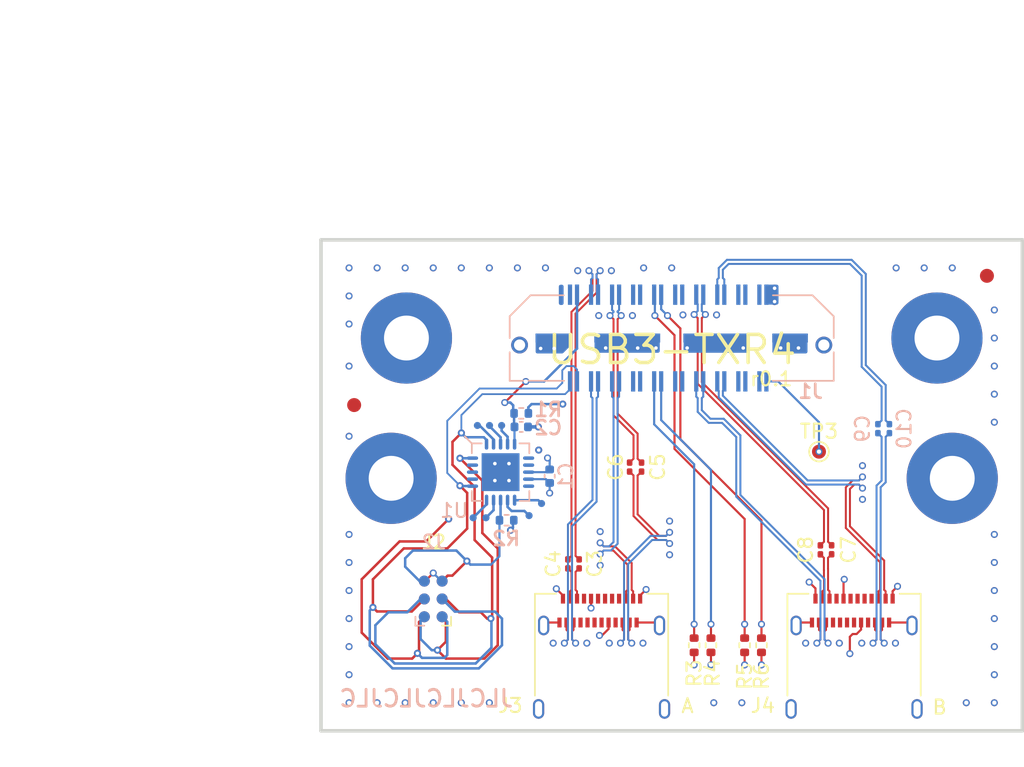
<source format=kicad_pcb>
(kicad_pcb (version 20221018) (generator pcbnew)
  (title_block (title "SZG-TEMPLATE-TXR") (rev "A") (company "Opal Kelly Incorporated"))
  (layers (0 "F.Cu" signal) (1 "In1.Cu" signal) (2 "In2.Cu" signal) (3 "In3.Cu" signal) (4 "In4.Cu" signal) (31 "B.Cu" signal) (34 "B.Paste" user) (35 "F.Paste" user) (36 "B.SilkS" user "B.Silkscreen") (37 "F.SilkS" user "F.Silkscreen") (38 "B.Mask" user) (39 "F.Mask" user) (44 "Edge.Cuts" user))
  (net 0 "")
  (net 1 "/C2P_CLKN")
  (net 2 "GND")
  (net 3 "+3V3")
  (net 8 "/R_GA")
  (net 9 "/RSVD_38")
  (net 10 "/P2C_CLKN")
  (net 11 "/C2P_CLKP")
  (net 12 "+5V")
  (net 13 "/MCU_SDA_MOSI")
  (net 14 "/MCU_SCL_USCK")
  (net 15 "/MCU_MISO")
  (net 16 "/MCU_RESET_B")
  (net 17 "Net-(J3-VBUS-PadA4)")
  (net 18 "/S0")
  (net 20 "/S1")
  (net 21 "/S7")
  (net 22 "/RSVD_37")
  (net 23 "/VIO")
  (net 24 "/S9")
  (net 25 "/S8")
  (net 26 "/REFCLKP")
  (net 27 "/S6")
  (net 28 "/P2C_CLKP")
  (net 29 "/REFCLKN")
  (net 31 "Net-(U1-XTAL1{slash}PB0)")
  (net 32 "Net-(U1-PA1)")
  (net 33 "Net-(U1-XTAL2{slash}PB1)")
  (net 34 "Net-(U1-PA2)")
  (net 35 "Net-(U1-PB2)")
  (net 36 "Net-(U1-PA3)")
  (net 37 "Net-(U1-PA7)")
  (net 44 "/TX1_N")
  (net 45 "/RX1_N")
  (net 46 "/TX1_P")
  (net 47 "/RX1_P")
  (net 48 "/TX0_N")
  (net 49 "/RX0_N")
  (net 50 "/TX0_P")
  (net 51 "/RX0_P")
  (net 52 "/TX0a_N")
  (net 53 "/TX0a_P")
  (net 54 "/TX1a_P")
  (net 55 "/TX1a_N")
  (net 56 "/TX2a_N")
  (net 57 "/TX2_N")
  (net 58 "/TX2a_P")
  (net 59 "/TX2_P")
  (net 60 "/TX3a_N")
  (net 61 "/TX3_N")
  (net 62 "/TX3a_P")
  (net 63 "/TX3_P")
  (net 64 "/RX3_P")
  (net 65 "/RX2_P")
  (net 66 "/RX2_N")
  (net 67 "/CC2_A")
  (net 68 "/CC1_A")
  (net 69 "/RX3_N")
  (net 70 "Net-(J4-VBUS-PadA4)")
  (net 71 "/CC1_B")
  (net 73 "/CC2_B")
  (footprint "Fiducial:Fiducial_1mm_Mask2mm" (layer "F.Cu") (at 164.873 61.365)
    (fp_text reference "FID6" hide)
    (fp_text value "Fiducial" hide)
  )
  (footprint "SYZYGY:MountingHole_3.2mm_M3_6.5mm_Pad_TopBottom" (layer "F.Cu") (at 123.49 65.8)
    (fp_text reference "H1" hide)
    (fp_text value "MountingHole_Pad" hide)
  )
  (footprint "SYZYGY:MountingHole_3.2mm_M3_6.5mm_Pad_TopBottom" (layer "F.Cu") (at 161.31 65.8)
    (fp_text reference "H2" hide)
    (fp_text value "MountingHole_Pad" hide)
  )
  (footprint "SYZYGY:MountingHole_3.2mm_M3_6.5mm_Pad_TopBottom" (layer "F.Cu") (at 122.4 75.8)
    (fp_text reference "H3" hide)
    (fp_text value "MountingHole_Pad" hide)
  )
  (footprint "SYZYGY:MountingHole_3.2mm_M3_6.5mm_Pad_TopBottom" (layer "F.Cu") (at 162.4 75.8)
    (fp_text reference "H4" hide)
    (fp_text value "MountingHole_Pad" hide)
  )
  (footprint "Fiducial:Fiducial_1mm_Mask2mm" (layer "F.Cu") (at 119.762 70.578)
    (fp_text reference "FID5" hide)
    (fp_text value "Fiducial" hide)
  )
  (footprint "SYZYGY:Tag-Connect_TC2030-IDC-FP_2x03_P1.27mm_Vertical" (layer "F.Cu") (at 125.4 84.4 90)
    (fp_text reference "J2")
    (fp_text value "Conn_01x06")
  )
  (footprint "Capacitor_SMD:C_0201_0603Metric" (layer "F.Cu") (at 135.8 81.9 90)
    (fp_text reference "C3")
    (fp_text value "100n")
  )
  (footprint "Capacitor_SMD:C_0201_0603Metric" (layer "F.Cu") (at 139.4 75 90)
    (fp_text reference "C6")
    (fp_text value "100n")
  )
  (footprint "Connector_USB:USB_C_Receptacle_Amphenol_12401610E4-2A" (layer "F.Cu") (at 137.4 89.4)
    (fp_text reference "J3")
    (fp_text value "USB_C_Receptacle")
  )
  (footprint "Resistor_SMD:R_0402_1005Metric" (layer "F.Cu") (at 148.8 87.7 -90)
    (fp_text reference "R6")
    (fp_text value "5k1")
  )
  (footprint "Capacitor_SMD:C_0201_0603Metric" (layer "F.Cu") (at 153 80.9 90)
    (fp_text reference "C8")
    (fp_text value "100n")
  )
  (footprint "Capacitor_SMD:C_0201_0603Metric" (layer "F.Cu") (at 153.8 80.895 90)
    (fp_text reference "C7")
    (fp_text value "100n")
  )
  (footprint "Resistor_SMD:R_0402_1005Metric" (layer "F.Cu") (at 144 87.7 -90)
    (fp_text reference "R3")
    (fp_text value "5k1")
  )
  (footprint "Resistor_SMD:R_0402_1005Metric" (layer "F.Cu") (at 145.2 87.7 -90)
    (fp_text reference "R4")
    (fp_text value "5k1")
  )
  (footprint "Resistor_SMD:R_0402_1005Metric" (layer "F.Cu") (at 147.6 87.7 -90)
    (fp_text reference "R5")
    (fp_text value "5k1")
  )
  (footprint "TestPoint:TestPoint_Pad_D1.0mm" (layer "F.Cu") (at 152.9 73.9)
    (fp_text reference "TP3")
    (fp_text value "VIO")
  )
  (footprint "Capacitor_SMD:C_0201_0603Metric" (layer "F.Cu") (at 135 81.9 90)
    (fp_text reference "C4")
    (fp_text value "100n")
  )
  (footprint "Capacitor_SMD:C_0201_0603Metric" (layer "F.Cu") (at 140.25 75 90)
    (fp_text reference "C5")
    (fp_text value "100n")
  )
  (footprint "Connector_USB:USB_C_Receptacle_Amphenol_12401610E4-2A" (layer "F.Cu") (at 155.4 89.4)
    (fp_text reference "J4")
    (fp_text value "USB_C_Receptacle")
  )
  (footprint "Resistor_SMD:R_0402_1005Metric" (layer "B.Cu") (at 130.63185 78.7898 180)
    (fp_text reference "R2")
    (fp_text value "10K")
  )
  (footprint "Resistor_SMD:R_0402_1005Metric" (layer "B.Cu") (at 131.67325 71.1698 180)
    (fp_text reference "R1")
    (fp_text value "10K")
  )
  (footprint "SYZYGY:QFN-24-4x4mm" (layer "B.Cu") (at 130.20005 75.3608)
    (fp_text reference "U1")
    (fp_text value "ATtiny44A-MU")
  )
  (footprint "Capacitor_SMD:C_0402_1005Metric" (layer "B.Cu") (at 131.67325 72.135)
    (fp_text reference "C2")
    (fp_text value "0.1uF DNP")
  )
  (footprint "SYZYGY:TestPoint-20mil" (layer "B.Cu") (at 133.12105 77.596)
    (fp_text reference "TP5" hide)
    (fp_text value "TestPoint" hide)
  )
  (footprint "SYZYGY:TestPoint-20mil" (layer "B.Cu") (at 130.27625 72.0334)
    (fp_text reference "TP6" hide)
    (fp_text value "TestPoint" hide)
  )
  (footprint "SYZYGY:TestPoint-20mil" (layer "B.Cu") (at 132.23205 78.4596)
    (fp_text reference "TP7" hide)
    (fp_text value "TestPoint" hide)
  )
  (footprint "SYZYGY:TestPoint-20mil" (layer "B.Cu") (at 129.41265 72.0334)
    (fp_text reference "TP8" hide)
    (fp_text value "TestPoint" hide)
  )
  (footprint "SYZYGY:TestPoint-20mil" (layer "B.Cu") (at 129.15865 78.612)
    (fp_text reference "TP9" hide)
    (fp_text value "TestPoint" hide)
  )
  (footprint "SYZYGY:TestPoint-20mil" (layer "B.Cu") (at 128.24425 78.612)
    (fp_text reference "TP11" hide)
    (fp_text value "TestPoint" hide)
  )
  (footprint "SYZYGY:TestPoint-20mil" (layer "B.Cu") (at 128.54905 72.0334)
    (fp_text reference "TP10" hide)
    (fp_text value "TestPoint" hide)
  )
  (footprint "Capacitor_SMD:C_0201_0603Metric" (layer "B.Cu") (at 157.92 72.26 90)
    (fp_text reference "C10")
    (fp_text value "100n")
  )
  (footprint "Capacitor_SMD:C_0402_1005Metric" (layer "B.Cu") (at 133.7 75.65 90)
    (fp_text reference "C1")
    (fp_text value "0.1uF")
  )
  (footprint "SYZYGY:QTH-020-01-F-D-DP-A" (layer "B.Cu") (at 142.4 65.8)
    (fp_text reference "J1")
    (fp_text value "SYZYGY_TXR-4")
  )
  (footprint "Capacitor_SMD:C_0201_0603Metric" (layer "B.Cu") (at 157.1 72.26 90)
    (fp_text reference "C9")
    (fp_text value "100n")
  )
  (gr_line (start 167.4 58.8) (end 117.4 58.8) (stroke (width 0.254)) (layer "Edge.Cuts"))
  (gr_line (start 117.4 58.8) (end 117.4 93.8) (stroke (width 0.254)) (layer "Edge.Cuts"))
  (gr_line (start 117.4 93.8) (end 167.4 93.8) (stroke (width 0.254)) (layer "Edge.Cuts"))
  (gr_line (start 167.4 93.8) (end 167.4 58.8) (stroke (width 0.254)) (layer "Edge.Cuts"))
  (gr_text "JLCJLCJLCJLC" (at 131.2 92.2) (layer "B.SilkS") (effects (font (size 1.2 1.2) (thickness 0.2) bold) (justify left bottom mirror)))
  (gr_text "A" (at 143 92.6) (layer "F.SilkS") (effects (font (size 1 1)) (justify left bottom)))
  (gr_text "r0.1" (at 147.9 69.3) (layer "F.SilkS") (effects (font (size 1 1)) (justify left bottom)))
  (gr_text "B" (at 160.9 92.7) (layer "F.SilkS") (effects (font (size 1 1)) (justify left bottom)))
  (gr_text "USB3-TXR4" (at 133.4 67.8) (layer "F.SilkS") (effects (font (size 2 2) (thickness 0.25)) (justify left bottom)))
  (segment (start 157.9 86.08) (end 159.32 86.08) (width 0.1524) (layer "F.Cu") (net 2))
  (segment (start 134.65 84.15) (end 134.175 83.675) (width 0.1524) (layer "F.Cu") (net 2))
  (segment (start 141.32 86.08) (end 141.53 86.29) (width 0.1524) (layer "F.Cu") (net 2))
  (segment (start 152.65 83.65) (end 152.2 83.2) (width 0.1524) (layer "F.Cu") (net 2))
  (segment (start 134.4 86.08) (end 133.48 86.08) (width 0.1524) (layer "F.Cu") (net 2))
  (segment (start 145.2 88.21) (end 145.2 89.1) (width 0.1524) (layer "F.Cu") (net 2))
  (segment (start 147.6 88.21) (end 147.6 89.1) (width 0.1524) (layer "F.Cu") (net 2))
  (segment (start 148.8 88.21) (end 148.8 89.1) (width 0.1524) (layer "F.Cu") (net 2))
  (segment (start 140.15 84.38) (end 140.15 84.15) (width 0.1524) (layer "F.Cu") (net 2))
  (segment (start 133.48 86.08) (end 133.27 86.29) (width 0.1524) (layer "F.Cu") (net 2))
  (segment (start 159.32 86.08) (end 159.53 86.29) (width 0.1524) (layer "F.Cu") (net 2))
  (segment (start 158.15 84.38) (end 158.15 83.85) (width 0.1524) (layer "F.Cu") (net 2))
  (segment (start 158.15 83.85) (end 158.5 83.5) (width 0.1524) (layer "F.Cu") (net 2))
  (segment (start 140.15 84.15) (end 140.575 83.725) (width 0.1524) (layer "F.Cu") (net 2))
  (segment (start 134.65 84.38) (end 134.65 84.15) (width 0.1524) (layer "F.Cu") (net 2))
  (segment (start 151.48 86.08) (end 151.27 86.29) (width 0.1524) (layer "F.Cu") (net 2))
  (segment (start 124.82 83.13) (end 125.4 82.55) (width 0.1524) (layer "F.Cu") (net 2))
  (segment (start 144 88.21) (end 144 89.1) (width 0.1524) (layer "F.Cu") (net 2))
  (segment (start 139.9 86.08) (end 141.32 86.08) (width 0.1524) (layer "F.Cu") (net 2))
  (segment (start 124.765 83.13) (end 124.82 83.13) (width 0.1524) (layer "F.Cu") (net 2))
  (segment (start 152.65 84.38) (end 152.65 83.65) (width 0.1524) (layer "F.Cu") (net 2))
  (segment (start 152.4 86.08) (end 151.48 86.08) (width 0.1524) (layer "F.Cu") (net 2))
  (via (at 133.0572 66.5446) (size 0.508) (drill 0.254) (layers "F.Cu" "B.Cu") (net 2))
  (via (at 143.50032 66.51) (size 0.508) (drill 0.254) (layers "F.Cu" "B.Cu") (net 2))
  (via (at 150.16632 66.51) (size 0.508) (drill 0.254) (layers "F.Cu" "B.Cu") (net 2))
  (via (at 151.43632 66.51) (size 0.508) (drill 0.254) (layers "F.Cu" "B.Cu") (net 2))
  (via (at 147.49932 66.51) (size 0.508) (drill 0.254) (layers "F.Cu" "B.Cu") (net 2))
  (via (at 141.27632 66.51) (size 0.508) (drill 0.254) (layers "F.Cu" "B.Cu") (net 2))
  (via (at 139.97532 66.51344) (size 0.508) (drill 0.254) (layers "F.Cu" "B.Cu") (net 2))
  (via (at 137.69492 66.51) (size 0.508) (drill 0.254) (layers "F.Cu" "B.Cu") (net 2))
  (via (at 125.4 82.55) (size 0.5) (drill 0.3) (layers "F.Cu" "B.Cu") (net 2))
  (via (at 136.35 87.55) (size 0.5) (drill 0.3) (layers "F.Cu" "B.Cu") (net 2))
  (via (at 127.4 60.8) (size 0.5) (drill 0.3) (layers "F.Cu" "B.Cu") (net 2))
  (via (at 119.4 85.8) (size 0.5) (drill 0.3) (layers "F.Cu" "B.Cu") (net 2))
  (via (at 119.4 67.8) (size 0.5) (drill 0.3) (layers "F.Cu" "B.Cu") (net 2))
  (via (at 137.2 64.2) (size 0.5) (drill 0.3) (layers "F.Cu" "B.Cu") (net 2))
  (via (at 160.4 60.8) (size 0.5) (drill 0.3) (layers "F.Cu" "B.Cu") (net 2))
  (via (at 165.4 85.8) (size 0.5) (drill 0.3) (layers "F.Cu" "B.Cu") (net 2))
  (via (at 165.4 91.8) (size 0.5) (drill 0.3) (layers "F.Cu" "B.Cu") (net 2))
  (via (at 137.3 79.6) (size 0.5) (drill 0.3) (layers "F.Cu" "B.Cu") (net 2))
  (via (at 119.4 81.8) (size 0.5) (drill 0.3) (layers "F.Cu" "B.Cu") (net 2))
  (via (at 145.2 89.1) (size 0.5) (drill 0.3) (layers "F.Cu" "B.Cu") (net 2))
  (via (at 156 74.9) (size 0.5) (drill 0.3) (layers "F.Cu" "B.Cu") (net 2))
  (via (at 144 89.1) (size 0.5) (drill 0.3) (layers "F.Cu" "B.Cu") (net 2))
  (via (at 165.4 65.8) (size 0.5) (drill 0.3) (layers "F.Cu" "B.Cu") (net 2))
  (via (at 165.4 63.8) (size 0.5) (drill 0.3) (layers "F.Cu" "B.Cu") (net 2))
  (via (at 155.95 87.55) (size 0.5) (drill 0.3) (layers "F.Cu" "B.Cu") (net 2))
  (via (at 119.4 87.8) (size 0.5) (drill 0.3) (layers "F.Cu" "B.Cu") (net 2))
  (via (at 158.35 87.55) (size 0.5) (drill 0.3) (layers "F.Cu" "B.Cu") (net 2))
  (via (at 131.4 60.8) (size 0.5) (drill 0.3) (layers "F.Cu" "B.Cu") (net 2))
  (via (at 145.6 64.15) (size 0.5) (drill 0.3) (layers "F.Cu" "B.Cu") (net 2))
  (via (at 142.25 78.85) (size 0.5) (drill 0.3) (layers "F.Cu" "B.Cu") (net 2))
  (via (at 119.4 72.8) (size 0.5) (drill 0.3) (layers "F.Cu" "B.Cu") (net 2))
  (via (at 119.4 89.8) (size 0.5) (drill 0.3) (layers "F.Cu" "B.Cu") (net 2))
  (via (at 132.89245 72.135) (size 0.508) (drill 0.254) (layers "F.Cu" "B.Cu") (net 2))
  (via (at 137.3 82) (size 0.5) (drill 0.3) (layers "F.Cu" "B.Cu") (net 2))
  (via (at 137.95 87.55) (size 0.5) (drill 0.3) (layers "F.Cu" "B.Cu") (net 2))
  (via (at 119.4 64.8) (size 0.5) (drill 0.3) (layers "F.Cu" "B.Cu") (net 2))
  (via (at 133.95 87.55) (size 0.5) (drill 0.3) (layers "F.Cu" "B.Cu") (net 2))
  (via (at 119.4 91.8) (size 0.5) (drill 0.3) (layers "F.Cu" "B.Cu") (net 2))
  (via (at 140.575 83.725) (size 0.5) (drill 0.3) (layers "F.Cu" "B.Cu") (net 2))
  (via (at 133.4 60.8) (size 0.5) (drill 0.3) (layers "F.Cu" "B.Cu") (net 2))
  (via (at 145.4 91.8) (size 0.5) (drill 0.3) (layers "F.Cu" "B.Cu") (net 2))
  (via (at 125.4 91.8) (size 0.5) (drill 0.3) (layers "F.Cu" "B.Cu") (net 2))
  (via (at 134.175 83.675) (size 0.5) (drill 0.3) (layers "F.Cu" "B.Cu") (net 2))
  (via (at 140.35 87.55) (size 0.5) (drill 0.3) (layers "F.Cu" "B.Cu") (net 2))
  (via (at 130.80005 75.9608) (size 0.508) (drill 0.254) (layers "F.Cu" "B.Cu") (net 2))
  (via (at 142.25 81.25) (size 0.5) (drill 0.3) (layers "F.Cu" "B.Cu") (net 2))
  (via (at 125.4 60.8) (size 0.5) (drill 0.3) (layers "F.Cu" "B.Cu") (net 2))
  (via (at 129.79365 74.7512) (size 0.508) (drill 0.254) (layers "F.Cu" "B.Cu") (net 2))
  (via (at 152.2 83.2) (size 0.5) (drill 0.3) (layers "F.Cu" "B.Cu") (net 2))
  (via (at 165.4 67.8) (size 0.5) (drill 0.3) (layers "F.Cu" "B.Cu") (net 2))
  (via (at 121.4 60.8) (size 0.5) (drill 0.3) (layers "F.Cu" "B.Cu") (net 2))
  (via (at 119.4 83.8) (size 0.5) (drill 0.3) (layers "F.Cu" "B.Cu") (net 2))
  (via (at 123.4 91.8) (size 0.5) (drill 0.3) (layers "F.Cu" "B.Cu") (net 2))
  (via (at 135.7 61) (size 0.5) (drill 0.3) (layers "F.Cu" "B.Cu") (net 2))
  (via (at 139.6 64.2) (size 0.5) (drill 0.3) (layers "F.Cu" "B.Cu") (net 2))
  (via (at 158.4 60.8) (size 0.5) (drill 0.3) (layers "F.Cu" "B.Cu") (net 2))
  (via (at 143.2 64.15) (size 0.5) (drill 0.3) (layers "F.Cu" "B.Cu") (net 2))
  (via (at 130.80005 74.7512) (size 0.508) (drill 0.254) (layers "F.Cu" "B.Cu") (net 2))
  (via (at 121.4 91.8) (size 0.5) (drill 0.3) (layers "F.Cu" "B.Cu") (net 2))
  (via (at 165.4 71.8) (size 0.5) (drill 0.3) (layers "F.Cu" "B.Cu") (net 2))
  (via (at 129.79365 75.9608) (size 0.508) (drill 0.254) (layers "F.Cu" "B.Cu") (net 2))
  (via (at 134.0224 66.5446) (size 0.508) (drill 0.254) (layers "F.Cu" "B.Cu") (net 2))
  (via (at 165.4 87.8) (size 0.5) (drill 0.3) (layers "F.Cu" "B.Cu") (net 2))
  (via (at 119.4 62.8) (size 0.5) (drill 0.3) (layers "F.Cu" "B.Cu") (net 2))
  (via (at 127.4 91.8) (size 0.5) (drill 0.3) (layers "F.Cu" "B.Cu") (net 2))
  (via (at 148.8 89.1) (size 0.5) (drill 0.3) (layers "F.Cu" "B.Cu") (net 2))
  (via (at 119.4 60.8) (size 0.5) (drill 0.3) (layers "F.Cu" "B.Cu") (net 2))
  (via (at 147.6 89.1) (size 0.5) (drill 0.3) (layers "F.Cu" "B.Cu") (net 2))
  (via (at 142.4 60.8) (size 0.5) (drill 0.3) (layers "F.Cu" "B.Cu") (net 2))
  (via (at 129.4 91.8) (size 0.5) (drill 0.3) (layers "F.Cu" "B.Cu") (net 2))
  (via (at 147.4 91.8) (size 0.5) (drill 0.3) (layers "F.Cu" "B.Cu") (net 2))
  (via (at 165.4 83.8) (size 0.5) (drill 0.3) (layers "F.Cu" "B.Cu") (net 2))
  (via (at 165.4 79.8) (size 0.5) (drill 0.3) (layers "F.Cu" "B.Cu") (net 2))
  (via (at 129.4 60.8) (size 0.5) (drill 0.3) (layers "F.Cu" "B.Cu") (net 2))
  (via (at 154.35 87.55) (size 0.5) (drill 0.3) (layers "F.Cu" "B.Cu") (net 2))
  (via (at 165.4 69.8) (size 0.5) (drill 0.3) (layers "F.Cu" "B.Cu") (net 2))
  (via (at 165.4 81.8) (size 0.5) (drill 0.3) (layers "F.Cu" "B.Cu") (net 2))
  (via (at 163.4 91.8) (size 0.5) (drill 0.3) (layers "F.Cu" "B.Cu") (net 2))
  (via (at 158.5 83.5) (size 0.5) (drill 0.3) (layers "F.Cu" "B.Cu") (net 2))
  (via (at 140.4 60.8) (size 0.5) (drill 0.3) (layers "F.Cu" "B.Cu") (net 2))
  (via (at 132.91785 73.786) (size 0.508) (drill 0.254) (layers "F.Cu" "B.Cu") (net 2))
  (via (at 151.95 87.55) (size 0.5) (drill 0.3) (layers "F.Cu" "B.Cu") (net 2))
  (via (at 138.1 61) (size 0.5) (drill 0.3) (layers "F.Cu" "B.Cu") (net 2))
  (via (at 123.4 60.8) (size 0.5) (drill 0.3) (layers "F.Cu" "B.Cu") (net 2))
  (via (at 165.4 89.8) (size 0.5) (drill 0.3) (layers "F.Cu" "B.Cu") (net 2))
  (via (at 133.55 74.35) (size 0.5) (drill 0.3) (layers "F.Cu" "B.Cu") (net 2))
  (via (at 162.4 60.8) (size 0.5) (drill 0.3) (layers "F.Cu" "B.Cu") (net 2))
  (via (at 156 77.3) (size 0.5) (drill 0.3) (layers "F.Cu" "B.Cu") (net 2))
  (via (at 119.4 79.8) (size 0.5) (drill 0.3) (layers "F.Cu" "B.Cu") (net 2))
  (segment (start 125.98 83.13) (end 125.4 82.55) (width 0.1524) (layer "B.Cu") (net 2))
  (segment (start 132.13325 72.135) (end 132.89245 72.135) (width 0.254) (layer "B.Cu") (net 2))
  (segment (start 133.7 75.17) (end 133.7 74.5) (width 0.1524) (layer "B.Cu") (net 2))
  (segment (start 133.7 74.5) (end 133.55 74.35) (width 0.1524) (layer "B.Cu") (net 2))
  (segment (start 133.5092 75.3608) (end 133.7 75.17) (width 0.1524) (layer "B.Cu") (net 2))
  (segment (start 126.035 83.13) (end 125.98 83.13) (width 0.1524) (layer "B.Cu") (net 2))
  (segment (start 132.20005 75.3608) (end 133.5092 75.3608) (width 0.1524) (layer "B.Cu") (net 2))
  (segment (start 123.9 88.65) (end 122.15 88.65) (width 0.1778) (layer "F.Cu") (net 3))
  (segment (start 124.38635 86.04865) (end 124.765 85.67) (width 0.1778) (layer "F.Cu") (net 3))
  (segment (start 123 80.3) (end 124.9 80.3) (width 0.1778) (layer "F.Cu") (net 3))
  (segment (start 120.3 86.8) (end 120.3 83) (width 0.1778) (layer "F.Cu") (net 3))
  (segment (start 124.9 80.3) (end 126.5 78.7) (width 0.1778) (layer "F.Cu") (net 3))
  (segment (start 120.3 83) (end 123 80.3) (width 0.1778) (layer "F.Cu") (net 3))
  (segment (start 124.275 88.275) (end 123.9 88.65) (width 0.1778) (layer "F.Cu") (net 3))
  (segment (start 122.15 88.65) (end 120.3 86.8) (width 0.1778) (layer "F.Cu") (net 3))
  (segment (start 124.275 88.275) (end 124.38635 88.16365) (width 0.1778) (layer "F.Cu") (net 3))
  (segment (start 124.38635 88.16365) (end 124.38635 86.04865) (width 0.1778) (layer "F.Cu") (net 3))
  (via (at 124.275 88.275) (size 0.508) (drill 0.254) (layers "F.Cu" "B.Cu") (net 3))
  (via (at 149.73552 62.25) (size 0.508) (drill 0.254) (layers "F.Cu" "B.Cu") (net 3))
  (via (at 149.73552 63.2) (size 0.508) (drill 0.254) (layers "F.Cu" "B.Cu") (net 3))
  (via (at 126.5 78.7) (size 0.508) (drill 0.254) (layers "F.Cu" "B.Cu") (net 3))
  (via (at 134.632 70.5094) (size 0.508) (drill 0.254) (layers "F.Cu" "B.Cu") (net 3))
  (via (at 130.91125 79.501) (size 0.508) (drill 0.254) (layers "F.Cu" "B.Cu") (net 3))
  (via (at 133.7 76.85) (size 0.5) (drill 0.3) (layers "F.Cu" "B.Cu") (net 3))
  (segment (start 133.7 76.85) (end 133.7 76.13) (width 0.1524) (layer "B.Cu") (net 3))
  (segment (start 126.4 86.035) (end 126.035 85.67) (width 0.1778) (layer "B.Cu") (net 3))
  (segment (start 124.6 88.6) (end 126.2 88.6) (width 0.1778) (layer "B.Cu") (net 3))
  (segment (start 132.20005 75.8608) (end 133.4308 75.8608) (width 0.1524) (layer "B.Cu") (net 3))
  (segment (start 132.4094 70.5094) (end 134.632 70.5094) (width 0.1778) (layer "B.Cu") (net 3))
  (segment (start 132.18325 71.1698) (end 132.18325 70.73555) (width 0.1778) (layer "B.Cu") (net 3))
  (segment (start 130.91125 79.501) (end 131.08185 79.3304) (width 0.1778) (layer "B.Cu") (net 3))
  (segment (start 124.275 88.275) (end 124.6 88.6) (width 0.1778) (layer "B.Cu") (net 3))
  (segment (start 133.4308 75.8608) (end 133.7 76.13) (width 0.1524) (layer "B.Cu") (net 3))
  (segment (start 126.4 88.4) (end 126.4 86.035) (width 0.1778) (layer "B.Cu") (net 3))
  (segment (start 131.08185 79.3304) (end 131.08185 78.7898) (width 0.1778) (layer "B.Cu") (net 3))
  (segment (start 132.18325 70.73555) (end 132.4094 70.5094) (width 0.1778) (layer "B.Cu") (net 3))
  (segment (start 126.2 88.6) (end 126.4 88.4) (width 0.1778) (layer "B.Cu") (net 3))
  (segment (start 132 68.9) (end 130.5 70.4) (width 0.1524) (layer "F.Cu") (net 8))
  (via (at 130.5 70.4) (size 0.5) (drill 0.3) (layers "F.Cu" "B.Cu") (net 8))
  (via (at 132 68.9) (size 0.5) (drill 0.3) (layers "F.Cu" "B.Cu") (net 8))
  (segment (start 130.5 70.4) (end 130.9 70.4) (width 0.1778) (layer "B.Cu") (net 8))
  (segment (start 131.1 71.10655) (end 131.16325 71.1698) (width 0.1778) (layer "B.Cu") (net 8))
  (segment (start 131.16325 71.1698) (end 131.16325 72.105) (width 0.1778) (layer "B.Cu") (net 8))
  (segment (start 131.19325 72.135) (end 131.19325 73.354) (width 0.1524) (layer "B.Cu") (net 8))
  (segment (start 131.19325 73.354) (end 131.20005 73.3608) (width 0.1524) (layer "B.Cu") (net 8))
  (segment (start 133.300846 68.9) (end 135.65032 66.550526) (width 0.1778) (layer "B.Cu") (net 8))
  (segment (start 133.300846 68.9) (end 132 68.9) (width 0.1524) (layer "B.Cu") (net 8))
  (segment (start 135.65032 66.550526) (end 135.65032 62.72) (width 0.1778) (layer "B.Cu") (net 8))
  (segment (start 131.1 70.6) (end 131.1 71.10655) (width 0.1778) (layer "B.Cu") (net 8))
  (segment (start 131.16325 72.105) (end 131.19325 72.135) (width 0.1778) (layer "B.Cu") (net 8))
  (segment (start 130.9 70.4) (end 131.1 70.6) (width 0.1778) (layer "B.Cu") (net 8))
  (segment (start 126.4 80.8) (end 127.818351 79.381649) (width 0.1778) (layer "F.Cu") (net 13))
  (segment (start 121.391352 85.29135) (end 123.87365 85.29135) (width 0.1778) (layer "F.Cu") (net 13))
  (segment (start 121.1 84.999998) (end 121.1 83) (width 0.1778) (layer "F.Cu") (net 13))
  (segment (start 123.87365 85.29135) (end 124.765 84.4) (width 0.1778) (layer "F.Cu") (net 13))
  (segment (start 123.3 80.8) (end 126.4 80.8) (width 0.1778) (layer "F.Cu") (net 13))
  (segment (start 127.818351 76.839901) (end 127.30445 76.326) (width 0.1778) (layer "F.Cu") (net 13))
  (segment (start 121.1 83) (end 123.3 80.8) (width 0.1778) (layer "F.Cu") (net 13))
  (segment (start 127.818351 79.381649) (end 127.818351 76.839901) (width 0.1778) (layer "F.Cu") (net 13))
  (segment (start 121.1 84.999998) (end 121.391352 85.29135) (width 0.1778) (layer "F.Cu") (net 13))
  (via (at 121.1 84.999998) (size 0.508) (drill 0.254) (layers "F.Cu" "B.Cu") (net 13))
  (via (at 127.30445 76.326) (size 0.508) (drill 0.254) (layers "F.Cu" "B.Cu") (net 13))
  (segment (start 120.875 85.224998) (end 120.875 87.725) (width 0.1778) (layer "B.Cu") (net 13))
  (segment (start 134.9 67.8) (end 135.40232 67.8) (width 0.127) (layer "B.Cu") (net 13))
  (segment (start 128.65 89.35) (end 130.3 87.7) (width 0.1778) (layer "B.Cu") (net 13))
  (segment (start 135.40232 67.8) (end 135.65032 68.048) (width 0.127) (layer "B.Cu") (net 13))
  (segment (start 128.19065 76.3514) (end 128.20005 76.3608) (width 0.1778) (layer "B.Cu") (net 13))
  (segment (start 130.3 87.7) (end 130.3 85.8) (width 0.1778) (layer "B.Cu") (net 13))
  (segment (start 130.3 85.8) (end 129.8 85.3) (width 0.1778) (layer "B.Cu") (net 13))
  (segment (start 127.27905 76.3514) (end 128.19065 76.3514) (width 0.1778) (layer "B.Cu") (net 13))
  (segment (start 121.1 84.999998) (end 120.875 85.224998) (width 0.1778) (layer "B.Cu") (net 13))
  (segment (start 126.935 85.3) (end 126.035 84.4) (width 0.1778) (layer "B.Cu") (net 13))
  (segment (start 127.30445 76.326) (end 126.4 75.42155) (width 0.127) (layer "B.Cu") (net 13))
  (segment (start 126.4 71.7) (end 128.7 69.4) (width 0.127) (layer "B.Cu") (net 13))
  (segment (start 126.4 75.42155) (end 126.4 71.7) (width 0.127) (layer "B.Cu") (net 13))
  (segment (start 134.2 69.4) (end 134.6 69) (width 0.127) (layer "B.Cu") (net 13))
  (segment (start 128.7 69.4) (end 134.2 69.4) (width 0.127) (layer "B.Cu") (net 13))
  (segment (start 122.5 89.35) (end 128.65 89.35) (width 0.1778) (layer "B.Cu") (net 13))
  (segment (start 135.65032 68.048) (end 135.65032 68.9) (width 0.127) (layer "B.Cu") (net 13))
  (segment (start 134.6 69) (end 134.6 68.1) (width 0.127) (layer "B.Cu") (net 13))
  (segment (start 120.875 87.725) (end 122.5 89.35) (width 0.1778) (layer "B.Cu") (net 13))
  (segment (start 129.8 85.3) (end 126.935 85.3) (width 0.1778) (layer "B.Cu") (net 13))
  (segment (start 134.6 68.1) (end 134.9 67.8) (width 0.127) (layer "B.Cu") (net 13))
  (segment (start 126.77345 74.8375) (end 126.77345 73.1994) (width 0.1778) (layer "F.Cu") (net 14))
  (segment (start 129.5052 85.7948) (end 129.234845 85.7948) (width 0.1778) (layer "F.Cu") (net 14))
  (segment (start 126.77345 73.1994) (end 127.40605 72.5668) (width 0.1778) (layer "F.Cu") (net 14))
  (segment (start 128.35 76.41405) (end 126.77345 74.8375) (width 0.1778) (layer "F.Cu") (net 14))
  (segment (start 128.35 80.2) (end 128.35 76.41405) (width 0.1778) (layer "F.Cu") (net 14))
  (segment (start 129.6 85.7) (end 129.6 81.45) (width 0.1778) (layer "F.Cu") (net 14))
  (segment (start 128.790045 85.35) (end 127.25 85.35) (width 0.1778) (layer "F.Cu") (net 14))
  (segment (start 129.5052 85.7948) (end 129.6 85.7) (width 0.1778) (layer "F.Cu") (net 14))
  (segment (start 127.25 85.35) (end 126.3 84.4) (width 0.1778) (layer "F.Cu") (net 14))
  (segment (start 126.3 84.4) (end 126.035 84.4) (width 0.1778) (layer "F.Cu") (net 14))
  (segment (start 129.234845 85.7948) (end 128.790045 85.35) (width 0.1778) (layer "F.Cu") (net 14))
  (segment (start 129.6 81.45) (end 128.35 80.2) (width 0.1778) (layer "F.Cu") (net 14))
  (via (at 127.40605 72.5668) (size 0.508) (drill 0.254) (layers "F.Cu" "B.Cu") (net 14))
  (via (at 129.5052 85.7948) (size 0.508) (drill 0.254) (layers "F.Cu" "B.Cu") (net 14))
  (segment (start 134.8 69.8) (end 128.9 69.8) (width 0.127) (layer "B.Cu") (net 14))
  (segment (start 129.5052 85.7948) (end 129.55 85.8396) (width 0.1778) (layer "B.Cu") (net 14))
  (segment (start 129.20005 73.3608) (end 129.20005 73.0654) (width 0.1778) (layer "B.Cu") (net 14))
  (segment (start 124.5 84.4) (end 124.765 84.4) (width 0.1778) (layer "B.Cu") (net 14))
  (segment (start 128.425 89) (end 122.65 89) (width 0.1778) (layer "B.Cu") (net 14))
  (segment (start 127.71085 72.8716) (end 129.00625 72.8716) (width 0.1778) (layer "B.Cu") (net 14))
  (segment (start 121.275 87.625) (end 121.275 86.275) (width 0.1778) (layer "B.Cu") (net 14))
  (segment (start 123.55 85.35) (end 124.5 84.4) (width 0.1778) (layer "B.Cu") (net 14))
  (segment (start 121.275 86.275) (end 122.2 85.35) (width 0.1778) (layer "B.Cu") (net 14))
  (segment (start 135.15032 68.9) (end 135.15032 69.44968) (width 0.127) (layer "B.Cu") (net 14))
  (segment (start 129.55 85.8396) (end 129.55 87.875) (width 0.1778) (layer "B.Cu") (net 14))
  (segment (start 128.9 69.8) (end 127.40605 71.29395) (width 0.127) (layer "B.Cu") (net 14))
  (segment (start 129.00625 72.8716) (end 129.20005 73.0654) (width 0.1778) (layer "B.Cu") (net 14))
  (segment (start 127.40605 71.29395) (end 127.40605 72.5668) (width 0.127) (layer "B.Cu") (net 14))
  (segment (start 122.65 89) (end 121.275 87.625) (width 0.1778) (layer "B.Cu") (net 14))
  (segment (start 129.55 87.875) (end 128.425 89) (width 0.1778) (layer "B.Cu") (net 14))
  (segment (start 135.15032 69.44968) (end 134.8 69.8) (width 0.127) (layer "B.Cu") (net 14))
  (segment (start 127.40605 72.5668) (end 127.71085 72.8716) (width 0.1778) (layer "B.Cu") (net 14))
  (segment (start 122.2 85.35) (end 123.55 85.35) (width 0.1778) (layer "B.Cu") (net 14))
  (segment (start 128.9 79.7) (end 130 80.8) (width 0.1778) (layer "F.Cu") (net 15))
  (segment (start 128.9 75.96575) (end 128.9 79.7) (width 0.1778) (layer "F.Cu") (net 15))
  (segment (start 126.3 85.935) (end 126.3 87.45) (width 0.1778) (layer "F.Cu") (net 15))
  (segment (start 127.30445 74.3702) (end 128.9 75.96575) (width 0.1778) (layer "F.Cu") (net 15))
  (segment (start 130 87.7) (end 129.05 88.65) (width 0.1778) (layer "F.Cu") (net 15))
  (segment (start 129.05 88.65) (end 126.3 88.65) (width 0.1778) (layer "F.Cu") (net 15))
  (segment (start 130 80.8) (end 130 87.7) (width 0.1778) (layer "F.Cu") (net 15))
  (segment (start 126.3 88.65) (end 125.7 88.05) (width 0.1778) (layer "F.Cu") (net 15))
  (segment (start 126.035 85.67) (end 126.3 85.935) (width 0.1778) (layer "F.Cu") (net 15))
  (segment (start 126.3 87.45) (end 125.7 88.05) (width 0.1778) (layer "F.Cu") (net 15))
  (via (at 125.7 88.05) (size 0.508) (drill 0.254) (layers "F.Cu" "B.Cu") (net 15))
  (via (at 127.30445 74.3702) (size 0.508) (drill 0.254) (layers "F.Cu" "B.Cu") (net 15))
  (segment (start 124.5 87.25921) (end 125.29079 88.05) (width 0.1778) (layer "B.Cu") (net 15))
  (segment (start 124.5 85.935) (end 124.5 87.25921) (width 0.1778) (layer "B.Cu") (net 15))
  (segment (start 124.765 85.67) (end 124.5 85.935) (width 0.1778) (layer "B.Cu") (net 15))
  (segment (start 125.29079 88.05) (end 125.7 88.05) (width 0.1778) (layer "B.Cu") (net 15))
  (segment (start 128.19065 74.3702) (end 128.20005 74.3608) (width 0.1778) (layer "B.Cu") (net 15))
  (segment (start 127.30445 74.3702) (end 128.19065 74.3702) (width 0.1778) (layer "B.Cu") (net 15))
  (segment (start 127.8 81.7) (end 126.763699 82.736301) (width 0.1778) (layer "F.Cu") (net 16))
  (segment (start 126.763699 82.736301) (end 126.428699 82.736301) (width 0.1778) (layer "F.Cu") (net 16))
  (segment (start 126.428699 82.736301) (end 126.035 83.13) (width 0.1778) (layer "F.Cu") (net 16))
  (via (at 127.8 81.7) (size 0.508) (drill 0.254) (layers "F.Cu" "B.Cu") (net 16))
  (segment (start 128.05 81.95) (end 127.8 81.7) (width 0.1778) (layer "B.Cu") (net 16))
  (segment (start 130.20005 78.7716) (end 130.20005 77.3608) (width 0.1778) (layer "B.Cu") (net 16))
  (segment (start 130.12185 81.35135) (end 130.12185 78.7898) (width 0.1524) (layer "B.Cu") (net 16))
  (segment (start 127.8 81.7) (end 127.05 80.95) (width 0.1778) (layer "B.Cu") (net 16))
  (segment (start 123.4 81.5) (end 123.4 82.1) (width 0.1778) (layer "B.Cu") (net 16))
  (segment (start 129.5232 81.95) (end 128.05 81.95) (width 0.1778) (layer "B.Cu") (net 16))
  (segment (start 123.4 82.1) (end 124.43 83.13) (width 0.1778) (layer "B.Cu") (net 16))
  (segment (start 124.43 83.13) (end 124.765 83.13) (width 0.1778) (layer "B.Cu") (net 16))
  (segment (start 123.95 80.95) (end 123.4 81.5) (width 0.1778) (layer "B.Cu") (net 16))
  (segment (start 129.5232 81.95) (end 130.12185 81.35135) (width 0.1524) (layer "B.Cu") (net 16))
  (segment (start 127.05 80.95) (end 123.95 80.95) (width 0.1778) (layer "B.Cu") (net 16))
  (via (at 152.9 73.9) (size 0.5) (drill 0.3) (layers "F.Cu" "B.Cu") (net 23))
  (segment (start 149.99 68.89) (end 152.9 71.8) (width 0.1524) (layer "B.Cu") (net 23))
  (segment (start 149.15 68.89) (end 149.99 68.89) (width 0.1524) (layer "B.Cu") (net 23))
  (segment (start 152.9 71.8) (end 152.9 73.9) (width 0.1524) (layer "B.Cu") (net 23))
  (segment (start 131.20005 77.3608) (end 132.88585 77.3608) (width 0.1778) (layer "B.Cu") (net 31))
  (segment (start 132.88585 77.3608) (end 133.12105 77.596) (width 0.1778) (layer "B.Cu") (net 31))
  (segment (start 130.27625 72.4144) (end 130.27625 72.0334) (width 0.1778) (layer "B.Cu") (net 32))
  (segment (start 130.70005 73.3608) (end 130.70005 72.8382) (width 0.1778) (layer "B.Cu") (net 32))
  (segment (start 130.27625 72.4144) (end 130.70005 72.8382) (width 0.1778) (layer "B.Cu") (net 32))
  (segment (start 130.70005 77.842) (end 130.70005 77.3608) (width 0.1778) (layer "B.Cu") (net 33))
  (segment (start 131.90185 78.1294) (end 132.23205 78.4596) (width 0.1778) (layer "B.Cu") (net 33))
  (segment (start 130.98745 78.1294) (end 131.90185 78.1294) (width 0.1778) (layer "B.Cu") (net 33))
  (segment (start 130.70005 77.842) (end 130.98745 78.1294) (width 0.1778) (layer "B.Cu") (net 33))
  (segment (start 130.20005 73.3608) (end 130.20005 72.8716) (width 0.1778) (layer "B.Cu") (net 34))
  (segment (start 129.41265 72.0842) (end 130.20005 72.8716) (width 0.1778) (layer "B.Cu") (net 34))
  (segment (start 129.41265 72.0842) (end 129.41265 72.0334) (width 0.1778) (layer "B.Cu") (net 34))
  (segment (start 129.15865 78.612) (end 129.70005 78.0706) (width 0.1778) (layer "B.Cu") (net 35))
  (segment (start 129.70005 78.0706) (end 129.70005 77.3608) (width 0.1778) (layer "B.Cu") (net 35))
  (segment (start 128.54905 72.0334) (end 128.70145 72.0334) (width 0.1778) (layer "B.Cu") (net 36))
  (segment (start 129.70005 73.3608) (end 129.70005 73.032) (width 0.1778) (layer "B.Cu") (net 36))
  (segment (start 128.70145 72.0334) (end 129.70005 73.032) (width 0.1778) (layer "B.Cu") (net 36))
  (segment (start 129.20005 77.6562) (end 129.20005 77.3608) (width 0.1778) (layer "B.Cu") (net 37))
  (segment (start 128.24425 78.612) (end 129.20005 77.6562) (width 0.1778) (layer "B.Cu") (net 37))
  (segment (start 138.546685 64.453315) (end 138.546685 71.189241) (width 0.14097) (layer "F.Cu") (net 44))
  (segment (start 139.971685 72.614241) (end 139.971685 74.401685) (width 0.14097) (layer "F.Cu") (net 44))
  (segment (start 139.971685 74.401685) (end 140.25 74.68) (width 0.14097) (layer "F.Cu") (net 44))
  (segment (start 138.8 64.2) (end 138.546685 64.453315) (width 0.14097) (layer "F.Cu") (net 44))
  (segment (start 138.546685 71.189241) (end 139.971685 72.614241) (width 0.14097) (layer "F.Cu") (net 44))
  (via (at 138.8 64.2) (size 0.5) (drill 0.3) (layers "F.Cu" "B.Cu") (net 44))
  (segment (start 138.546685 63.900816) (end 138.65 63.797501) (width 0.14097) (layer "B.Cu") (net 44))
  (segment (start 138.546685 63.946685) (end 138.546685 63.900816) (width 0.14097) (layer "B.Cu") (net 44))
  (segment (start 138.8 64.2) (end 138.546685 63.946685) (width 0.14097) (layer "B.Cu") (net 44))
  (segment (start 138.65 63.797501) (end 138.65 62.71) (width 0.14097) (layer "B.Cu") (net 44))
  (segment (start 139.253315 81.960759) (end 138.239241 80.946685) (width 0.14097) (layer "F.Cu") (net 45))
  (segment (start 139.15 83.854999) (end 139.253315 83.751684) (width 0.14097) (layer "F.Cu") (net 45))
  (segment (start 139.15 84.38) (end 139.15 83.854999) (width 0.14097) (layer "F.Cu") (net 45))
  (segment (start 138.239241 80.946685) (end 137.553315 80.946685) (width 0.14097) (layer "F.Cu") (net 45))
  (segment (start 139.253315 83.751684) (end 139.253315 81.960759) (width 0.14097) (layer "F.Cu") (net 45))
  (segment (start 137.553315 80.946685) (end 137.3 81.2) (width 0.14097) (layer "F.Cu") (net 45))
  (via (at 137.3 81.2) (size 0.5) (drill 0.3) (layers "F.Cu" "B.Cu") (net 45))
  (segment (start 137.3 81.2) (end 137.553315 80.946685) (width 0.14097) (layer "B.Cu") (net 45))
  (segment (start 138.546685 80.460759) (end 138.546685 70.080816) (width 0.14097) (layer "B.Cu") (net 45))
  (segment (start 138.546685 70.080816) (end 138.65 69.977501) (width 0.14097) (layer "B.Cu") (net 45))
  (segment (start 138.65 69.977501) (end 138.65 68.89) (width 0.14097) (layer "B.Cu") (net 45))
  (segment (start 138.060759 80.946685) (end 138.546685 80.460759) (width 0.14097) (layer "B.Cu") (net 45))
  (segment (start 137.553315 80.946685) (end 138.060759 80.946685) (width 0.14097) (layer "B.Cu") (net 45))
  (segment (start 139.678315 72.735759) (end 139.678315 74.401685) (width 0.14097) (layer "F.Cu") (net 46))
  (segment (start 138 64.2) (end 138.253315 64.453315) (width 0.14097) (layer "F.Cu") (net 46))
  (segment (start 138.253315 71.310759) (end 139.678315 72.735759) (width 0.14097) (layer "F.Cu") (net 46))
  (segment (start 138.253315 64.453315) (end 138.253315 71.310759) (width 0.14097) (layer "F.Cu") (net 46))
  (segment (start 139.678315 74.401685) (end 139.4 74.68) (width 0.14097) (layer "F.Cu") (net 46))
  (via (at 138 64.2) (size 0.5) (drill 0.3) (layers "F.Cu" "B.Cu") (net 46))
  (segment (start 138.253315 63.946685) (end 138.253315 63.900816) (width 0.14097) (layer "B.Cu") (net 46))
  (segment (start 138.15 63.797501) (end 138.15 62.71) (width 0.14097) (layer "B.Cu") (net 46))
  (segment (start 138 64.2) (end 138.253315 63.946685) (width 0.14097) (layer "B.Cu") (net 46))
  (segment (start 138.253315 63.900816) (end 138.15 63.797501) (width 0.14097) (layer "B.Cu") (net 46))
  (segment (start 139.546685 81.839241) (end 138.360759 80.653315) (width 0.14097) (layer "F.Cu") (net 47))
  (segment (start 138.360759 80.653315) (end 137.553315 80.653315) (width 0.14097) (layer "F.Cu") (net 47))
  (segment (start 139.65 84.38) (end 139.65 83.854999) (width 0.14097) (layer "F.Cu") (net 47))
  (segment (start 139.65 83.854999) (end 139.546685 83.751684) (width 0.14097) (layer "F.Cu") (net 47))
  (segment (start 139.546685 83.751684) (end 139.546685 81.839241) (width 0.14097) (layer "F.Cu") (net 47))
  (segment (start 137.553315 80.653315) (end 137.3 80.4) (width 0.14097) (layer "F.Cu") (net 47))
  (via (at 137.3 80.4) (size 0.5) (drill 0.3) (layers "F.Cu" "B.Cu") (net 47))
  (segment (start 137.553315 80.653315) (end 137.939241 80.653315) (width 0.14097) (layer "B.Cu") (net 47))
  (segment (start 137.939241 80.653315) (end 138.253315 80.339241) (width 0.14097) (layer "B.Cu") (net 47))
  (segment (start 137.3 80.4) (end 137.553315 80.653315) (width 0.14097) (layer "B.Cu") (net 47))
  (segment (start 138.253315 70.080816) (end 138.15 69.977501) (width 0.14097) (layer "B.Cu") (net 47))
  (segment (start 138.253315 80.339241) (end 138.253315 70.080816) (width 0.14097) (layer "B.Cu") (net 47))
  (segment (start 138.15 69.977501) (end 138.15 68.89) (width 0.14097) (layer "B.Cu") (net 47))
  (segment (start 137.04669 61.253315) (end 137.300005 61) (width 0.14097) (layer "F.Cu") (net 48))
  (segment (start 135.546685 64.060759) (end 137.04669 62.560754) (width 0.14097) (layer "F.Cu") (net 48))
  (segment (start 135.546685 81.326685) (end 135.546685 64.060759) (width 0.14097) (layer "F.Cu") (net 48))
  (segment (start 137.04669 62.560754) (end 137.04669 61.253315) (width 0.14097) (layer "F.Cu") (net 48))
  (segment (start 135.8 81.58) (end 135.546685 81.326685) (width 0.14097) (layer "F.Cu") (net 48))
  (via (at 137.300005 61) (size 0.5) (drill 0.3) (layers "F.Cu" "B.Cu") (net 48))
  (segment (start 137.04669 61.519189) (end 137.04669 61.253315) (width 0.14097) (layer "B.Cu") (net 48))
  (segment (start 137.04669 61.253315) (end 137.300005 61) (width 0.14097) (layer "B.Cu") (net 48))
  (segment (start 137.15 62.71) (end 137.15 61.622499) (width 0.14097) (layer "B.Cu") (net 48))
  (segment (start 137.15 61.622499) (end 137.04669 61.519189) (width 0.14097) (layer "B.Cu") (net 48))
  (segment (start 135.296685 87.296685) (end 135.55 87.55) (width 0.14097) (layer "F.Cu") (net 49))
  (segment (start 135.296685 86.708316) (end 135.296685 87.296685) (width 0.14097) (layer "F.Cu") (net 49))
  (segment (start 135.4 86.605001) (end 135.296685 86.708316) (width 0.14097) (layer "F.Cu") (net 49))
  (segment (start 135.4 86.08) (end 135.4 86.605001) (width 0.14097) (layer "F.Cu") (net 49))
  (via (at 135.55 87.55) (size 0.5) (drill 0.3) (layers "F.Cu" "B.Cu") (net 49))
  (segment (start 137.04669 70.080811) (end 137.15 69.977501) (width 0.14097) (layer "B.Cu") (net 49))
  (segment (start 135.296685 79.210759) (end 137.04669 77.460754) (width 0.14097) (layer "B.Cu") (net 49))
  (segment (start 137.15 69.977501) (end 137.15 68.89) (width 0.14097) (layer "B.Cu") (net 49))
  (segment (start 135.55 87.55) (end 135.296685 87.296685) (width 0.14097) (layer "B.Cu") (net 49))
  (segment (start 137.04669 77.460754) (end 137.04669 70.080811) (width 0.14097) (layer "B.Cu") (net 49))
  (segment (start 135.296685 87.296685) (end 135.296685 79.210759) (width 0.14097) (layer "B.Cu") (net 49))
  (segment (start 136.75332 61.253315) (end 136.500005 61) (width 0.14097) (layer "F.Cu") (net 50))
  (segment (start 135 81.58) (end 135.253315 81.326685) (width 0.14097) (layer "F.Cu") (net 50))
  (segment (start 135.253315 81.326685) (end 135.253315 63.939241) (width 0.14097) (layer "F.Cu") (net 50))
  (segment (start 136.75332 62.439236) (end 136.75332 61.253315) (width 0.14097) (layer "F.Cu") (net 50))
  (segment (start 135.253315 63.939241) (end 136.75332 62.439236) (width 0.14097) (layer "F.Cu") (net 50))
  (via (at 136.500005 61) (size 0.5) (drill 0.3) (layers "F.Cu" "B.Cu") (net 50))
  (segment (start 136.75332 61.253315) (end 136.500005 61) (width 0.14097) (layer "B.Cu") (net 50))
  (segment (start 136.75332 61.519189) (end 136.75332 61.253315) (width 0.14097) (layer "B.Cu") (net 50))
  (segment (start 136.65001 61.622499) (end 136.75332 61.519189) (width 0.14097) (layer "B.Cu") (net 50))
  (segment (start 136.65001 62.71) (end 136.65001 61.622499) (width 0.14097) (layer "B.Cu") (net 50))
  (segment (start 135.003315 86.708316) (end 135.003315 87.296685) (width 0.14097) (layer "F.Cu") (net 51))
  (segment (start 134.9 86.08) (end 134.9 86.605001) (width 0.14097) (layer "F.Cu") (net 51))
  (segment (start 135.003315 87.296685) (end 134.75 87.55) (width 0.14097) (layer "F.Cu") (net 51))
  (segment (start 134.9 86.605001) (end 135.003315 86.708316) (width 0.14097) (layer "F.Cu") (net 51))
  (via (at 134.75 87.55) (size 0.5) (drill 0.3) (layers "F.Cu" "B.Cu") (net 51))
  (segment (start 136.65001 69.977501) (end 136.65001 68.89) (width 0.14097) (layer "B.Cu") (net 51))
  (segment (start 136.75332 77.339236) (end 136.75332 70.080811) (width 0.14097) (layer "B.Cu") (net 51))
  (segment (start 136.75332 70.080811) (end 136.65001 69.977501) (width 0.14097) (layer "B.Cu") (net 51))
  (segment (start 135.003315 79.089241) (end 136.75332 77.339236) (width 0.14097) (layer "B.Cu") (net 51))
  (segment (start 134.75 87.55) (end 135.003315 87.296685) (width 0.14097) (layer "B.Cu") (net 51))
  (segment (start 135.003315 87.296685) (end 135.003315 79.089241) (width 0.14097) (layer "B.Cu") (net 51))
  (segment (start 135.65 84.38) (end 135.65 83.854999) (width 0.14097) (layer "F.Cu") (net 52))
  (segment (start 135.65 83.854999) (end 135.546685 83.751684) (width 0.14097) (layer "F.Cu") (net 52))
  (segment (start 135.546685 83.751684) (end 135.546685 82.473315) (width 0.14097) (layer "F.Cu") (net 52))
  (segment (start 135.546685 82.473315) (end 135.8 82.22) (width 0.14097) (layer "F.Cu") (net 52))
  (segment (start 135.253315 83.751684) (end 135.253315 82.473315) (width 0.14097) (layer "F.Cu") (net 53))
  (segment (start 135.15 83.854999) (end 135.253315 83.751684) (width 0.14097) (layer "F.Cu") (net 53))
  (segment (start 135.253315 82.473315) (end 135 82.22) (width 0.14097) (layer "F.Cu") (net 53))
  (segment (start 135.15 84.38) (end 135.15 83.854999) (width 0.14097) (layer "F.Cu") (net 53))
  (segment (start 139.678315 75.598315) (end 139.4 75.32) (width 0.14097) (layer "F.Cu") (net 54))
  (segment (start 139.296685 86.708316) (end 139.296685 87.296685) (width 0.14097) (layer "F.Cu") (net 54))
  (segment (start 139.296685 87.296685) (end 139.55 87.55) (width 0.14097) (layer "F.Cu") (net 54))
  (segment (start 141.996685 80.196685) (end 141.389241 80.196685) (width 0.14097) (layer "F.Cu") (net 54))
  (segment (start 142.25 80.45) (end 141.996685 80.196685) (width 0.14097) (layer "F.Cu") (net 54))
  (segment (start 141.389241 80.196685) (end 139.678315 78.485759) (width 0.14097) (layer "F.Cu") (net 54))
  (segment (start 139.4 86.08) (end 139.4 86.605001) (width 0.14097) (layer "F.Cu") (net 54))
  (segment (start 139.4 86.605001) (end 139.296685 86.708316) (width 0.14097) (layer "F.Cu") (net 54))
  (segment (start 139.678315 78.485759) (end 139.678315 75.598315) (width 0.14097) (layer "F.Cu") (net 54))
  (via (at 139.55 87.55) (size 0.5) (drill 0.3) (layers "F.Cu" "B.Cu") (net 54))
  (via (at 142.25 80.45) (size 0.5) (drill 0.3) (layers "F.Cu" "B.Cu") (net 54))
  (segment (start 139.296685 81.910759) (end 141.010759 80.196685) (width 0.14097) (layer "B.Cu") (net 54))
  (segment (start 141.010759 80.196685) (end 141.996685 80.196685) (width 0.14097) (layer "B.Cu") (net 54))
  (segment (start 139.296685 87.296685) (end 139.296685 81.910759) (width 0.14097) (layer "B.Cu") (net 54))
  (segment (start 141.996685 80.196685) (end 142.25 80.45) (width 0.14097) (layer "B.Cu") (net 54))
  (segment (start 139.55 87.55) (end 139.296685 87.296685) (width 0.14097) (layer "B.Cu") (net 54))
  (segment (start 139.003315 87.296685) (end 138.75 87.55) (width 0.14097) (layer "F.Cu") (net 55))
  (segment (start 139.003315 86.708316) (end 139.003315 87.296685) (width 0.14097) (layer "F.Cu") (net 55))
  (segment (start 138.9 86.08) (end 138.9 86.605001) (width 0.14097) (layer "F.Cu") (net 55))
  (segment (start 139.971685 78.364241) (end 139.971685 75.598315) (width 0.14097) (layer "F.Cu") (net 55))
  (segment (start 139.971685 75.598315) (end 140.25 75.32) (width 0.14097) (layer "F.Cu") (net 55))
  (segment (start 142.25 79.65) (end 141.996685 79.903315) (width 0.14097) (layer "F.Cu") (net 55))
  (segment (start 141.996685 79.903315) (end 141.510759 79.903315) (width 0.14097) (layer "F.Cu") (net 55))
  (segment (start 141.510759 79.903315) (end 139.971685 78.364241) (width 0.14097) (layer "F.Cu") (net 55))
  (segment (start 138.9 86.605001) (end 139.003315 86.708316) (width 0.14097) (layer "F.Cu") (net 55))
  (via (at 138.75 87.55) (size 0.5) (drill 0.3) (layers "F.Cu" "B.Cu") (net 55))
  (via (at 142.25 79.65) (size 0.5) (drill 0.3) (layers "F.Cu" "B.Cu") (net 55))
  (segment (start 141.996685 79.903315) (end 142.25 79.65) (width 0.14097) (layer "B.Cu") (net 55))
  (segment (start 139.003315 81.789241) (end 140.889241 79.903315) (width 0.14097) (layer "B.Cu") (net 55))
  (segment (start 138.75 87.55) (end 139.003315 87.296685) (width 0.14097) (layer "B.Cu") (net 55))
  (segment (start 139.003315 87.296685) (end 139.003315 81.789241) (width 0.14097) (layer "B.Cu") (net 55))
  (segment (start 140.889241 79.903315) (end 141.996685 79.903315) (width 0.14097) (layer "B.Cu") (net 55))
  (segment (start 157.003315 87.296685) (end 156.75 87.55) (width 0.14097) (layer "F.Cu") (net 56))
  (segment (start 156.9 86.08) (end 156.9 86.605001) (width 0.14097) (layer "F.Cu") (net 56))
  (segment (start 156.9 86.605001) (end 157.003315 86.708316) (width 0.14097) (layer "F.Cu") (net 56))
  (segment (start 157.003315 86.708316) (end 157.003315 87.296685) (width 0.14097) (layer "F.Cu") (net 56))
  (via (at 156.75 87.55) (size 0.5) (drill 0.3) (layers "F.Cu" "B.Cu") (net 56))
  (segment (start 157.003315 76.319241) (end 157.363315 75.959241) (width 0.14097) (layer "B.Cu") (net 56))
  (segment (start 157.003315 87.296685) (end 157.003315 76.319241) (width 0.14097) (layer "B.Cu") (net 56))
  (segment (start 156.75 87.55) (end 157.003315 87.296685) (width 0.14097) (layer "B.Cu") (net 56))
  (segment (start 157.363315 72.843315) (end 157.1 72.58) (width 0.14097) (layer "B.Cu") (net 56))
  (segment (start 157.363315 75.959241) (end 157.363315 72.843315) (width 0.14097) (layer "B.Cu") (net 56))
  (segment (start 157.1 71.94) (end 157.363315 71.676685) (width 0.14097) (layer "B.Cu") (net 57))
  (segment (start 157.363315 71.676685) (end 157.363315 69.270759) (width 0.14097) (layer "B.Cu") (net 57))
  (segment (start 146.15 61.622499) (end 146.15 62.71) (width 0.14097) (layer "B.Cu") (net 57))
  (segment (start 155.943315 67.850759) (end 155.943315 61.350759) (width 0.14097) (layer "B.Cu") (net 57))
  (segment (start 157.363315 69.270759) (end 155.943315 67.850759) (width 0.14097) (layer "B.Cu") (net 57))
  (segment (start 146.04669 60.930754) (end 146.04669 61.519189) (width 0.14097) (layer "B.Cu") (net 57))
  (segment (start 146.04669 61.519189) (end 146.15 61.622499) (width 0.14097) (layer "B.Cu") (net 57))
  (segment (start 146.460759 60.516685) (end 146.04669 60.930754) (width 0.14097) (layer "B.Cu") (net 57))
  (segment (start 155.109241 60.516685) (end 146.460759 60.516685) (width 0.14097) (layer "B.Cu") (net 57))
  (segment (start 155.943315 61.350759) (end 155.109241 60.516685) (width 0.14097) (layer "B.Cu") (net 57))
  (segment (start 157.296685 87.296685) (end 157.55 87.55) (width 0.14097) (layer "F.Cu") (net 58))
  (segment (start 157.296685 86.708316) (end 157.296685 87.296685) (width 0.14097) (layer "F.Cu") (net 58))
  (segment (start 157.4 86.08) (end 157.4 86.605001) (width 0.14097) (layer "F.Cu") (net 58))
  (segment (start 157.4 86.605001) (end 157.296685 86.708316) (width 0.14097) (layer "F.Cu") (net 58))
  (via (at 157.55 87.55) (size 0.5) (drill 0.3) (layers "F.Cu" "B.Cu") (net 58))
  (segment (start 157.296685 76.440759) (end 157.656685 76.080759) (width 0.14097) (layer "B.Cu") (net 58))
  (segment (start 157.296685 87.296685) (end 157.296685 76.440759) (width 0.14097) (layer "B.Cu") (net 58))
  (segment (start 157.656685 76.080759) (end 157.656685 72.843315) (width 0.14097) (layer "B.Cu") (net 58))
  (segment (start 157.55 87.55) (end 157.296685 87.296685) (width 0.14097) (layer "B.Cu") (net 58))
  (segment (start 157.656685 72.843315) (end 157.92 72.58) (width 0.14097) (layer "B.Cu") (net 58))
  (segment (start 157.92 71.94) (end 157.656685 71.676685) (width 0.14097) (layer "B.Cu") (net 59))
  (segment (start 145.65001 61.622499) (end 145.65001 62.71) (width 0.14097) (layer "B.Cu") (net 59))
  (segment (start 146.339241 60.223315) (end 145.75332 60.809236) (width 0.14097) (layer "B.Cu") (net 59))
  (segment (start 157.656685 69.149241) (end 156.236685 67.729241) (width 0.14097) (layer "B.Cu") (net 59))
  (segment (start 157.656685 71.676685) (end 157.656685 69.149241) (width 0.14097) (layer "B.Cu") (net 59))
  (segment (start 156.236685 61.229241) (end 155.230759 60.223315) (width 0.14097) (layer "B.Cu") (net 59))
  (segment (start 156.236685 67.729241) (end 156.236685 61.229241) (width 0.14097) (layer "B.Cu") (net 59))
  (segment (start 155.230759 60.223315) (end 146.339241 60.223315) (width 0.14097) (layer "B.Cu") (net 59))
  (segment (start 145.75332 61.519189) (end 145.65001 61.622499) (width 0.14097) (layer "B.Cu") (net 59))
  (segment (start 145.75332 60.809236) (end 145.75332 61.519189) (width 0.14097) (layer "B.Cu") (net 59))
  (segment (start 153.544185 81.470815) (end 153.544185 82.236741) (width 0.14097) (layer "F.Cu") (net 60))
  (segment (start 153.546685 82.239241) (end 153.546685 83.751684) (width 0.14097) (layer "F.Cu") (net 60))
  (segment (start 153.65 83.854999) (end 153.65 84.38) (width 0.14097) (layer "F.Cu") (net 60))
  (segment (start 153.544185 82.236741) (end 153.546685 82.239241) (width 0.14097) (layer "F.Cu") (net 60))
  (segment (start 153.546685 83.751684) (end 153.65 83.854999) (width 0.14097) (layer "F.Cu") (net 60))
  (segment (start 153.8 81.215) (end 153.544185 81.470815) (width 0.14097) (layer "F.Cu") (net 60))
  (segment (start 153.549185 77.941741) (end 153.549185 80.324185) (width 0.14097) (layer "F.Cu") (net 61))
  (segment (start 144.8 64.121826) (end 144.546685 64.375141) (width 0.14097) (layer "F.Cu") (net 61))
  (segment (start 144.546685 68.939241) (end 153.549185 77.941741) (width 0.14097) (layer "F.Cu") (net 61))
  (segment (start 153.549185 80.324185) (end 153.8 80.575) (width 0.14097) (layer "F.Cu") (net 61))
  (segment (start 144.546685 64.375141) (end 144.546685 68.939241) (width 0.14097) (layer "F.Cu") (net 61))
  (via (at 144.8 64.121826) (size 0.5) (drill 0.3) (layers "F.Cu" "B.Cu") (net 61))
  (segment (start 144.546685 63.388315) (end 144.546685 63.868511) (width 0.14097) (layer "B.Cu") (net 61))
  (segment (start 144.65 63.285) (end 144.546685 63.388315) (width 0.14097) (layer "B.Cu") (net 61))
  (segment (start 144.65 62.71) (end 144.65 63.285) (width 0.14097) (layer "B.Cu") (net 61))
  (segment (start 144.546685 63.868511) (end 144.8 64.121826) (width 0.14097) (layer "B.Cu") (net 61))
  (segment (start 153.250815 81.470815) (end 153.250815 82.358259) (width 0.14097) (layer "F.Cu") (net 62))
  (segment (start 153.253315 82.360759) (end 153.253315 83.751684) (width 0.14097) (layer "F.Cu") (net 62))
  (segment (start 153.250815 82.358259) (end 153.253315 82.360759) (width 0.14097) (layer "F.Cu") (net 62))
  (segment (start 153.15 83.854999) (end 153.15 84.38) (width 0.14097) (layer "F.Cu") (net 62))
  (segment (start 153 81.22) (end 153.250815 81.470815) (width 0.14097) (layer "F.Cu") (net 62))
  (segment (start 153.253315 83.751684) (end 153.15 83.854999) (width 0.14097) (layer "F.Cu") (net 62))
  (segment (start 153.255815 80.324185) (end 153 80.58) (width 0.14097) (layer "F.Cu") (net 63))
  (segment (start 153.255815 78.063259) (end 153.255815 80.324185) (width 0.14097) (layer "F.Cu") (net 63))
  (segment (start 144.253315 69.060759) (end 153.255815 78.063259) (width 0.14097) (layer "F.Cu") (net 63))
  (segment (start 144.253315 64.375141) (end 144.253315 69.060759) (width 0.14097) (layer "F.Cu") (net 63))
  (segment (start 144 64.121826) (end 144.253315 64.375141) (width 0.14097) (layer "F.Cu") (net 63))
  (via (at 144 64.121826) (size 0.5) (drill 0.3) (layers "F.Cu" "B.Cu") (net 63))
  (segment (start 144.15 62.71) (end 144.15 63.285) (width 0.14097) (layer "B.Cu") (net 63))
  (segment (start 144.253315 63.868511) (end 144 64.121826) (width 0.14097) (layer "B.Cu") (net 63))
  (segment (start 144.253315 63.388315) (end 144.253315 63.868511) (width 0.14097) (layer "B.Cu") (net 63))
  (segment (start 144.15 63.285) (end 144.253315 63.388315) (width 0.14097) (layer "B.Cu") (net 63))
  (segment (start 152.9 86.605001) (end 153.003315 86.708316) (width 0.14097) (layer "F.Cu") (net 64))
  (segment (start 152.9 86.08) (end 152.9 86.605001) (width 0.14097) (layer "F.Cu") (net 64))
  (segment (start 153.003315 86.708316) (end 153.003315 87.296685) (width 0.14097) (layer "F.Cu") (net 64))
  (segment (start 153.003315 87.296685) (end 152.75 87.55) (width 0.14097) (layer "F.Cu") (net 64))
  (via (at 152.75 87.55) (size 0.5) (drill 0.3) (layers "F.Cu" "B.Cu") (net 64))
  (segment (start 144.15 69.977501) (end 144.253315 70.080816) (width 0.14097) (layer "B.Cu") (net 64))
  (segment (start 153.003315 87.296685) (end 152.75 87.55) (width 0.14097) (layer "B.Cu") (net 64))
  (segment (start 147.003315 77.110759) (end 153.003315 83.110759) (width 0.14097) (layer "B.Cu") (net 64))
  (segment (start 144.15 68.89) (end 144.15 69.977501) (width 0.14097) (layer "B.Cu") (net 64))
  (segment (start 153.003315 83.110759) (end 153.003315 87.296685) (width 0.14097) (layer "B.Cu") (net 64))
  (segment (start 144.253315 70.080816) (end 144.253315 71.060759) (width 0.14097) (layer "B.Cu") (net 64))
  (segment (start 147.003315 72.860759) (end 147.003315 77.110759) (width 0.14097) (layer "B.Cu") (net 64))
  (segment (start 145.039241 71.846685) (end 145.989241 71.846685) (width 0.14097) (layer "B.Cu") (net 64))
  (segment (start 145.989241 71.846685) (end 147.003315 72.860759) (width 0.14097) (layer "B.Cu") (net 64))
  (segment (start 144.253315 71.060759) (end 145.039241 71.846685) (width 0.14097) (layer "B.Cu") (net 64))
  (segment (start 157.546685 83.751684) (end 157.65 83.854999) (width 0.14097) (layer "F.Cu") (net 65))
  (segment (start 155.106685 79.219241) (end 157.546685 81.659241) (width 0.14097) (layer "F.Cu") (net 65))
  (segment (start 155.420759 76.246685) (end 155.746685 76.246685) (width 0.14097) (layer "F.Cu") (net 65))
  (segment (start 155.106685 76.560759) (end 155.420759 76.246685) (width 0.14097) (layer "F.Cu") (net 65))
  (segment (start 155.106685 76.560759) (end 155.106685 79.219241) (width 0.14097) (layer "F.Cu") (net 65))
  (segment (start 157.546685 81.659241) (end 157.546685 83.751684) (width 0.14097) (layer "F.Cu") (net 65))
  (segment (start 155.746685 76.246685) (end 156 76.5) (width 0.14097) (layer "F.Cu") (net 65))
  (segment (start 157.65 83.854999) (end 157.65 84.38) (width 0.14097) (layer "F.Cu") (net 65))
  (via (at 156 76.5) (size 0.5) (drill 0.3) (layers "F.Cu" "B.Cu") (net 65))
  (segment (start 145.65001 69.465) (end 145.65001 68.89) (width 0.14097) (layer "B.Cu") (net 65))
  (segment (start 145.75332 69.56831) (end 145.65001 69.465) (width 0.14097) (layer "B.Cu") (net 65))
  (segment (start 156 76.5) (end 155.746685 76.246685) (width 0.14097) (layer "B.Cu") (net 65))
  (segment (start 151.969241 76.246685) (end 145.75332 70.030764) (width 0.14097) (layer "B.Cu") (net 65))
  (segment (start 155.746685 76.246685) (end 151.969241 76.246685) (width 0.14097) (layer "B.Cu") (net 65))
  (segment (start 145.75332 70.030764) (end 145.75332 69.56831) (width 0.14097) (layer "B.Cu") (net 65))
  (segment (start 157.15 83.854999) (end 157.15 84.38) (width 0.14097) (layer "F.Cu") (net 66))
  (segment (start 154.813315 76.439241) (end 154.813315 79.340759) (width 0.14097) (layer "F.Cu") (net 66))
  (segment (start 154.813315 76.439241) (end 155.299241 75.953315) (width 0.14097) (layer "F.Cu") (net 66))
  (segment (start 157.253315 81.780759) (end 157.253315 83.751684) (width 0.14097) (layer "F.Cu") (net 66))
  (segment (start 157.253315 83.751684) (end 157.15 83.854999) (width 0.14097) (layer "F.Cu") (net 66))
  (segment (start 154.813315 79.340759) (end 157.253315 81.780759) (width 0.14097) (layer "F.Cu") (net 66))
  (segment (start 155.299241 75.953315) (end 155.746685 75.953315) (width 0.14097) (layer "F.Cu") (net 66))
  (segment (start 155.746685 75.953315) (end 156 75.7) (width 0.14097) (layer "F.Cu") (net 66))
  (via (at 156 75.7) (size 0.5) (drill 0.3) (layers "F.Cu" "B.Cu") (net 66))
  (segment (start 146.04669 69.909246) (end 146.04669 69.56831) (width 0.14097) (layer "B.Cu") (net 66))
  (segment (start 146.15 69.465) (end 146.15 68.89) (width 0.14097) (layer "B.Cu") (net 66))
  (segment (start 155.746685 75.953315) (end 152.090759 75.953315) (width 0.14097) (layer "B.Cu") (net 66))
  (segment (start 146.04669 69.56831) (end 146.15 69.465) (width 0.14097) (layer "B.Cu") (net 66))
  (segment (start 156 75.7) (end 155.746685 75.953315) (width 0.14097) (layer "B.Cu") (net 66))
  (segment (start 152.090759 75.953315) (end 146.04669 69.909246) (width 0.14097) (layer "B.Cu") (net 66))
  (segment (start 137.4372 87) (end 137.9 86.5372) (width 0.1524) (layer "F.Cu") (net 67))
  (segment (start 144 86.2) (end 144 87.19) (width 0.1524) (layer "F.Cu") (net 67))
  (segment (start 137.9 86.5372) (end 137.9 86.08) (width 0.1524) (layer "F.Cu") (net 67))
  (segment (start 137.25 87) (end 137.4372 87) (width 0.1524) (layer "F.Cu") (net 67))
  (via (at 144 86.2) (size 0.5) (drill 0.3) (layers "F.Cu" "B.Cu") (net 67))
  (via (at 137.25 87) (size 0.5) (drill 0.3) (layers "F.Cu" "B.Cu") (net 67))
  (segment (start 144 86.2) (end 144 74.8) (width 0.1524) (layer "B.Cu") (net 67))
  (segment (start 141.15 71.95) (end 141.15 68.89) (width 0.1524) (layer "B.Cu") (net 67))
  (segment (start 144 74.8) (end 141.15 71.95) (width 0.1524) (layer "B.Cu") (net 67))
  (segment (start 136.65 85.05) (end 136.65 84.38) (width 0.1524) (layer "F.Cu") (net 68))
  (segment (start 145.2 86.2) (end 145.2 87.19) (width 0.1524) (layer "F.Cu") (net 68))
  (via (at 136.65 85.05) (size 0.5) (drill 0.3) (layers "F.Cu" "B.Cu") (net 68))
  (via (at 145.2 86.2) (size 0.5) (drill 0.3) (layers "F.Cu" "B.Cu") (net 68))
  (segment (start 141.65 71.65) (end 145.2 75.2) (width 0.1524) (layer "B.Cu") (net 68))
  (segment (start 145.2 75.2) (end 145.2 86.2) (width 0.1524) (layer "B.Cu") (net 68))
  (segment (start 141.65 68.89) (end 141.65 71.65) (width 0.1524) (layer "B.Cu") (net 68))
  (segment (start 153.296685 86.708316) (end 153.296685 87.296685) (width 0.14097) (layer "F.Cu") (net 69))
  (segment (start 153.296685 87.296685) (end 153.55 87.55) (width 0.14097) (layer "F.Cu") (net 69))
  (segment (start 153.4 86.605001) (end 153.296685 86.708316) (width 0.14097) (layer "F.Cu") (net 69))
  (segment (start 153.4 86.08) (end 153.4 86.605001) (width 0.14097) (layer "F.Cu") (net 69))
  (via (at 153.55 87.55) (size 0.5) (drill 0.3) (layers "F.Cu" "B.Cu") (net 69))
  (segment (start 147.296685 76.989241) (end 153.296685 82.989241) (width 0.14097) (layer "B.Cu") (net 69))
  (segment (start 147.296685 72.739241) (end 147.296685 76.989241) (width 0.14097) (layer "B.Cu") (net 69))
  (segment (start 144.546685 70.939241) (end 145.160759 71.553315) (width 0.14097) (layer "B.Cu") (net 69))
  (segment (start 146.110759 71.553315) (end 147.296685 72.739241) (width 0.14097) (layer "B.Cu") (net 69))
  (segment (start 153.296685 87.296685) (end 153.55 87.55) (width 0.14097) (layer "B.Cu") (net 69))
  (segment (start 153.296685 82.989241) (end 153.296685 87.296685) (width 0.14097) (layer "B.Cu") (net 69))
  (segment (start 144.65 69.977501) (end 144.546685 70.080816) (width 0.14097) (layer "B.Cu") (net 69))
  (segment (start 145.160759 71.553315) (end 146.110759 71.553315) (width 0.14097) (layer "B.Cu") (net 69))
  (segment (start 144.65 68.89) (end 144.65 69.977501) (width 0.14097) (layer "B.Cu") (net 69))
  (segment (start 144.546685 70.080816) (end 144.546685 70.939241) (width 0.14097) (layer "B.Cu") (net 69))
  (segment (start 143.1 73.1) (end 143.01772 73.01772) (width 0.1524) (layer "F.Cu") (net 71))
  (segment (start 143.01772 73.01772) (end 143.01772 65.11772) (width 0.1524) (layer "F.Cu") (net 71))
  (segment (start 148.8 86.2) (end 148.8 87.19) (width 0.1524) (layer "F.Cu") (net 71))
  (segment (start 148.8 78.8) (end 143.1 73.1) (width 0.1524) (layer "F.Cu") (net 71))
  (segment (start 148.8 86.2) (end 148.8 78.8) (width 0.1524) (layer "F.Cu") (net 71))
  (segment (start 143.01772 65.11772) (end 142.1 64.2) (width 0.1524) (layer "F.Cu") (net 71))
  (segment (start 154.65 84.38) (end 154.65 83.05) (width 0.1524) (layer "F.Cu") (net 71))
  (segment (start 154.65 83.05) (end 154.7 83) (width 0.1524) (layer "F.Cu") (net 71))
  (via (at 142.1 64.2) (size 0.5) (drill 0.3) (layers "F.Cu" "B.Cu") (net 71))
  (via (at 154.7 83) (size 0.5) (drill 0.3) (layers "F.Cu" "B.Cu") (net 71))
  (via (at 148.8 86.2) (size 0.5) (drill 0.3) (layers "F.Cu" "B.Cu") (net 71))
  (segment (start 141.65 63.75) (end 141.65 62.71) (width 0.1524) (layer "B.Cu") (net 71))
  (segment (start 142.1 64.2) (end 141.65 63.75) (width 0.1524) (layer "B.Cu") (net 71))
  (segment (start 155.3 86.9) (end 155.1 87.1) (width 0.1524) (layer "F.Cu") (net 73))
  (segment (start 155.1 87.1) (end 155.1 88.3) (width 0.1524) (layer "F.Cu") (net 73))
  (segment (start 147.6 86.2) (end 147.6 87.19) (width 0.1524) (layer "F.Cu") (net 73))
  (segment (start 147.6 78.7) (end 142.6 73.7) (width 0.1524) (layer "F.Cu") (net 73))
  (segment (start 147.6 86.2) (end 147.6 78.7) (width 0.1524) (layer "F.Cu") (net 73))
  (segment (start 155.5824 86.9) (end 155.3 86.9) (width 0.1524) (layer "F.Cu") (net 73))
  (segment (start 142.6 65.6) (end 141.2 64.2) (width 0.1524) (layer "F.Cu") (net 73))
  (segment (start 155.9 86.08) (end 155.9 86.5824) (width 0.1524) (layer "F.Cu") (net 73))
  (segment (start 142.6 73.7) (end 142.6 65.6) (width 0.1524) (layer "F.Cu") (net 73))
  (segment (start 155.9 86.5824) (end 155.5824 86.9) (width 0.1524) (layer "F.Cu") (net 73))
  (via (at 141.2 64.2) (size 0.5) (drill 0.3) (layers "F.Cu" "B.Cu") (net 73))
  (via (at 147.6 86.2) (size 0.5) (drill 0.3) (layers "F.Cu" "B.Cu") (net 73))
  (via (at 155.1 88.3) (size 0.5) (drill 0.3) (layers "F.Cu" "B.Cu") (net 73))
  (segment (start 141.2 64.2) (end 141.2 62.76) (width 0.1524) (layer "B.Cu") (net 73))
  (segment (start 141.2 62.76) (end 141.15 62.71) (width 0.1524) (layer "B.Cu") (net 73))
  (zone (net 0) (net_name "") (layer "B.Cu") (connect_pads yes (clearance 0.3048)) (min_thickness 0.254) (fill yes (thermal_gap 0.508) (thermal_bridge_width 0.508))
    (polygon (pts (xy 135.2924 63.4458) (xy 134.3526 63.4458) (xy 134.3526 61.998) (xy 135.2924 61.998)))
  )
  (zone (net 2) (net_name "GND") (layer "B.Cu") (connect_pads yes (clearance 0.381)) (min_thickness 0.254) (fill yes (thermal_gap 0.508) (thermal_bridge_width 0.508))
    (polygon (pts (xy 147.9 66.85) (xy 143.25 66.85) (xy 143.25 65.5) (xy 147.9 65.5)))
  )
  (zone (net 2) (net_name "GND") (layer "B.Cu") (connect_pads yes (clearance 0.381)) (min_thickness 0.254) (fill yes (thermal_gap 0.508) (thermal_bridge_width 0.508))
    (polygon (pts (xy 141.55 66.85) (xy 136.9 66.85) (xy 136.9 65.5) (xy 141.55 65.5)))
  )
  (zone (net 2) (net_name "GND") (layer "B.Cu") (connect_pads yes (clearance 0.381)) (min_thickness 0.254) (fill yes (thermal_gap 0.508) (thermal_bridge_width 0.508))
    (polygon (pts (xy 152.08 66.9) (xy 149.58 66.9) (xy 149.58 65.5) (xy 152.08 65.5)))
  )
  (zone (net 2) (net_name "GND") (layer "B.Cu") (connect_pads yes (clearance 0.381)) (min_thickness 0.254) (fill yes (thermal_gap 0.508) (thermal_bridge_width 0.508))
    (polygon (pts (xy 135.2 66.9) (xy 132.7 66.9) (xy 132.7 65.5) (xy 135.2 65.5)))
  )
  (zone (net 3) (net_name "+3V3") (layer "B.Cu") (connect_pads yes (clearance 0.381)) (min_thickness 0.254) (fill yes (thermal_gap 0.508) (thermal_bridge_width 0.508))
    (polygon (pts (xy 149.07512 63.4162) (xy 150.01492 63.4162) (xy 150.01492 61.9938) (xy 149.07512 61.9938)))
  )
)
</source>
